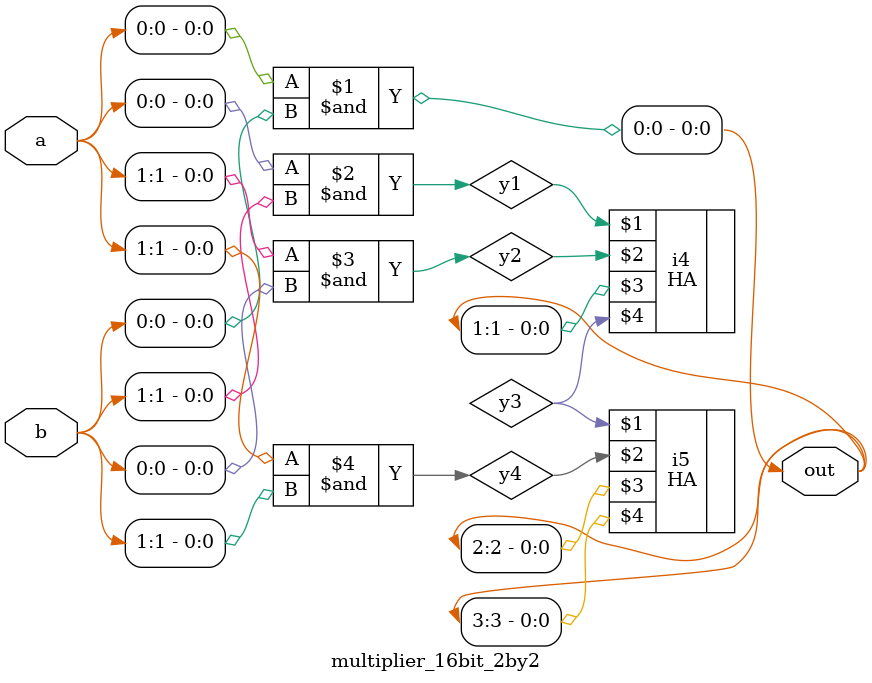
<source format=v>
`include "HA.v"
module multiplier_16bit_2by2(a, b, out);
   input [1:0] a, b;
   output [3:0] out;
   wire 	y1, y2, y3, y4;
   
   and i0(out[0], a[0], b[0]);
   and i1(y1, a[0], b[1]);
   and i2(y2, a[1], b[0]);
   and i3(y4, a[1], b[1]);

   HA i4(y1, y2, out[1], y3);
   HA i5(y3, y4, out[2], out[3]);

endmodule // multiplier_16bit_2by2

</source>
